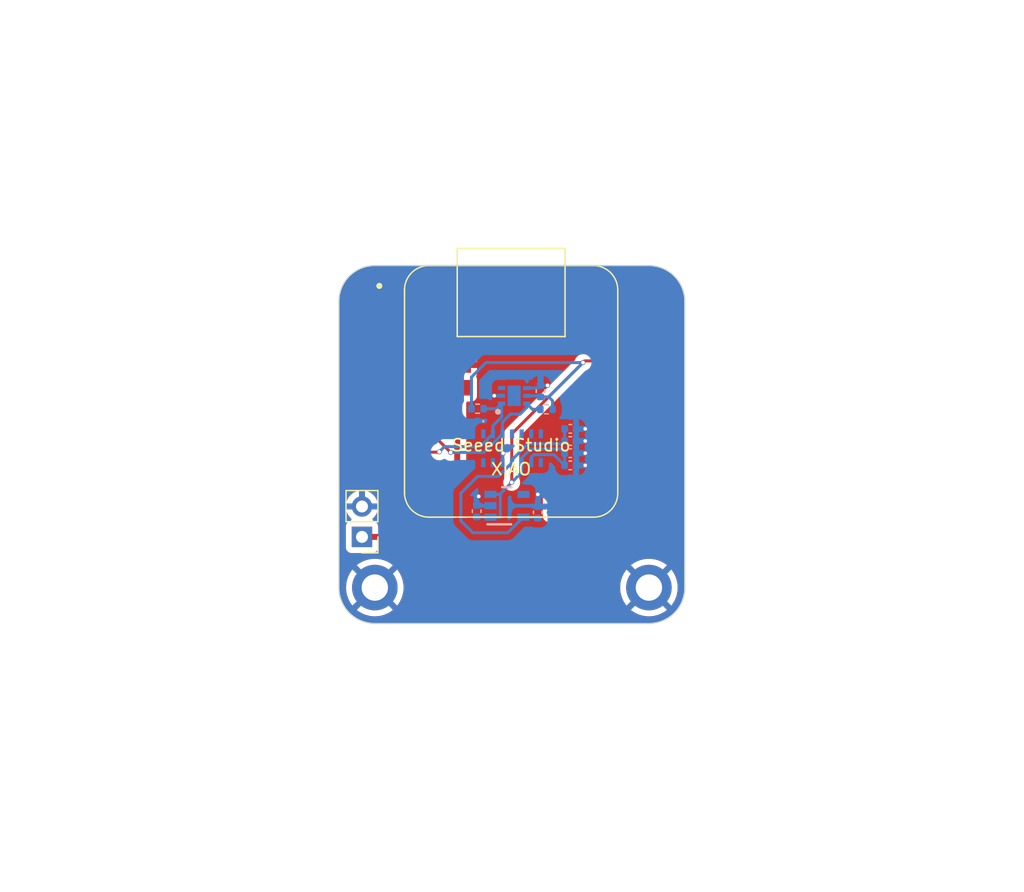
<source format=kicad_pcb>
(kicad_pcb (version 20240108) (generator "pcbnew") (generator_version "8.0")
  (layers (0 "F.Cu" signal) (31 "B.Cu" signal) (34 "B.Paste" user) (35 "F.Paste" user) (36 "B.SilkS" user "B.Silkscreen") (37 "F.SilkS" user "F.Silkscreen") (38 "B.Mask" user) (39 "F.Mask" user) (44 "Edge.Cuts" user))
  (net 0 "")
  (net 1 "temp-io")
  (net 2 "ep")
  (net 3 "nc_3")
  (net 4 "nc_6")
  (net 5 "pgnd")
  (net 6 "nc_1")
  (net 7 "nc_2")
  (net 8 "nc_5")
  (net 9 "nc_4")
  (net 10 "hr-io")
  (net 11 "reset")
  (net 12 "p111_d6_tx")
  (net 13 "p002_a0_d0")
  (net 14 "p113_d8_sck")
  (net 15 "p115_d10_mosi")
  (net 16 "p003_a1_d1")
  (net 17 "pa30_swclk")
  (net 18 "p028_a2_d2")
  (net 19 "p009_nfc1")
  (net 20 "pa31_swdio")
  (net 21 "p010_nfc2")
  (net 22 "p112_d7_rx")
  (net 23 "p114_d9_miso")
  (net 24 "p029_a3_d3")
  (net 25 "gnd")
  (net 26 "vcc-1")
  (net 27 "vcc-2")
  (net 28 "nc")
  (net 29 "xiao-vcc")
  (net 30 "vcc")
  (net 31 "sda")
  (net 32 "scl")
  (footprint "Connector_PinHeader_2.54mm:PinHeader_1x02_P2.54mm_Vertical" (layer "F.Cu") (at 140.05 102.65 180)
    (property "Reference" "U7" (hide yes))
    (property "Value" "?")
    (fp_line (start 1.33 1.27) (end 1.33 3.87) (stroke (width 0.12)) (layer "F.SilkS"))
    (fp_line (start -1.33 3.87) (end 1.33 3.87) (stroke (width 0.12)) (layer "F.SilkS"))
    (fp_line (start -1.33 1.27) (end 1.33 1.27) (stroke (width 0.12)) (layer "F.SilkS"))
    (fp_line (start -1.33 1.27) (end -1.33 3.87) (stroke (width 0.12)) (layer "F.SilkS"))
    (fp_line (start -1.33 0) (end -1.33 -1.33) (stroke (width 0.12)) (layer "F.SilkS"))
    (fp_line (start -1.33 -1.33) (end 0 -1.33) (stroke (width 0.12)) (layer "F.SilkS"))
    (pad "1" thru_hole rect (at 0 0 180) (size 1.7 1.7) (drill 1) (layers "*.Cu" "*.Mask") (net 30 "vcc"))
    (pad "2" thru_hole oval (at 0 2.54 180) (size 1.7 1.7) (drill 1) (layers "*.Cu" "*.Mask") (net 25 "gnd"))
  )
  (footprint "lib:XIAO-nRF52840-Sense-14P-2.54-21X17.8MM" (layer "F.Cu") (at 152.5 90.5)
    (property "Reference" "U5" (hide yes))
    (property "Value" "?" (hide yes))
    (fp_line (start -8.9 -8.5) (end -8.9 8.5) (stroke (width 0.127)) (layer "F.SilkS"))
    (fp_line (start -6.9 10.5) (end 6.9 10.5) (stroke (width 0.127)) (layer "F.SilkS"))
    (fp_line (start -4.5 -11.92403) (end 4.5 -11.92403) (stroke (width 0.127)) (layer "F.SilkS"))
    (fp_line (start -4.5 -4.57073) (end -4.5 -11.92403) (stroke (width 0.127)) (layer "F.SilkS"))
    (fp_line (start 4.5 -11.92403) (end 4.5 -4.57073) (stroke (width 0.127)) (layer "F.SilkS"))
    (fp_line (start 4.5 -4.57073) (end -4.5 -4.57073) (stroke (width 0.127)) (layer "F.SilkS"))
    (fp_line (start 6.9 -10.49909) (end -6.9 -10.49909) (stroke (width 0.127)) (layer "F.SilkS"))
    (fp_line (start 8.9 8.5) (end 8.9 -8.5) (stroke (width 0.127)) (layer "F.SilkS"))
    (fp_arc (start -8.9 -8.5) (mid -8.301491 -9.901491) (end -6.9 -10.5) (stroke (width 0.12)) (layer "F.SilkS"))
    (fp_arc (start -6.9 10.5) (mid -8.301423 9.901423) (end -8.9 8.5) (stroke (width 0.12)) (layer "F.SilkS"))
    (fp_arc (start 6.9 -10.5) (mid 8.301494 -9.901494) (end 8.9 -8.5) (stroke (width 0.12)) (layer "F.SilkS"))
    (fp_arc (start 8.9 8.5) (mid 8.314214 9.914214) (end 6.9 10.5) (stroke (width 0.12)) (layer "F.SilkS"))
    (fp_circle (center -11 -8.8) (end -11 -9.054) (fill solid) (layer "F.SilkS"))
    (fp_poly (pts (xy -8.887715 -8.561705) (xy -8.884667 -8.610473) (xy -8.880603 -8.659494)) (stroke (width 0.0254)) (fill none) (layer "F.SilkS"))
    (fp_poly (pts (xy 8.889492 8.521574) (xy 8.887713 8.57085) (xy 8.884665 8.619618) (xy 8.880601 8.668639) (xy 8.875268 8.717407) (xy 8.868664 8.766175) (xy 8.861044 8.81469) (xy 8.852153 8.86295) (xy 8.842248 8.910955)) (stroke (width 0.0254)) (fill none) (layer "F.SilkS"))
    (fp_text user "XIAO" (at 0 6.5 0) (layer "F.SilkS"))
    (fp_text user "Seeed Studio" (at 0 4.5 0) (layer "F.SilkS"))
    (pad "1" smd rect (at -8.5 -7.62) (size 3 2) (layers "F.Cu" "F.Paste" "F.Mask") (net 13 "p002_a0_d0"))
    (pad "2" smd rect (at -8.5 -5.08) (size 3 2) (layers "F.Cu" "F.Paste" "F.Mask") (net 16 "p003_a1_d1"))
    (pad "3" smd rect (at -8.5 -2.54) (size 3 2) (layers "F.Cu" "F.Paste" "F.Mask") (net 18 "p028_a2_d2"))
    (pad "4" smd rect (at -8.5 0) (size 3 2) (layers "F.Cu" "F.Paste" "F.Mask") (net 24 "p029_a3_d3"))
    (pad "5" smd rect (at -8.5 2.54) (size 3 2) (layers "F.Cu" "F.Paste" "F.Mask") (net 31 "sda"))
    (pad "6" smd rect (at -8.5 5.08 180) (size 3 2) (layers "F.Cu" "F.Paste" "F.Mask") (net 32 "scl"))
    (pad "7" smd rect (at -8.5 7.62) (size 3 2) (layers "F.Cu" "F.Paste" "F.Mask") (net 12 "p111_d6_tx"))
    (pad "8" smd rect (at 8.5 7.62) (size 3 2) (layers "F.Cu" "F.Paste" "F.Mask") (net 22 "p112_d7_rx"))
    (pad "9" smd rect (at 8.5 5.08) (size 3 2) (layers "F.Cu" "F.Paste" "F.Mask") (net 14 "p113_d8_sck"))
    (pad "10" smd rect (at 8.5 2.54) (size 3 2) (layers "F.Cu" "F.Paste" "F.Mask") (net 23 "p114_d9_miso"))
    (pad "11" smd rect (at 8.5 0) (size 3 2) (layers "F.Cu" "F.Paste" "F.Mask") (net 15 "p115_d10_mosi"))
    (pad "12" smd rect (at 8.5 -2.54) (size 3 2) (layers "F.Cu" "F.Paste" "F.Mask") (net 26 "vcc-1"))
    (pad "13" smd rect (at 8.5 -5.08) (size 3 2) (layers "F.Cu" "F.Paste" "F.Mask") (net 25 "gnd"))
    (pad "14" smd rect (at 8.5 -7.62) (size 3 2) (layers "F.Cu" "F.Paste" "F.Mask") (net 29 "xiao-vcc"))
    (pad "15" smd circle (at -1.27 -8.39 90) (size 1.5 1.5) (layers "F.Cu" "F.Paste" "F.Mask") (net 20 "pa31_swdio"))
    (pad "16" smd circle (at 1.27 -8.39 90) (size 1.5 1.5) (layers "F.Cu" "F.Paste" "F.Mask") (net 17 "pa30_swclk"))
    (pad "17" smd circle (at -1.27 -5.85 90) (size 1.5 1.5) (layers "F.Cu" "F.Paste" "F.Mask") (net 11 "reset"))
    (pad "18" smd circle (at 1.27 -5.85 90) (size 1.5 1.5) (layers "F.Cu" "F.Paste" "F.Mask") (net 25 "gnd"))
    (pad "19" smd rect (at 3.8 9.25 90) (size 2.3 1.3) (layers "F.Cu" "F.Paste" "F.Mask") (net 19 "p009_nfc1"))
    (pad "20" smd rect (at 5.7 9.25 90) (size 2.3 1.3) (layers "F.Cu" "F.Paste" "F.Mask") (net 21 "p010_nfc2"))
    (pad "21" smd rect (at -4.5 -2.2 180) (size 2.3 1.3) (layers "F.Cu" "F.Paste" "F.Mask") (net 25 "gnd"))
    (pad "22" smd rect (at -4.5 -0.3 180) (size 2.3 1.3) (layers "F.Cu" "F.Paste" "F.Mask") (net 30 "vcc"))
  )
  (footprint "MountingHole:MountingHole_2.2mm_M2_DIN965_Pad" (layer "F.Cu") (at 164 106.87868)
    (property "Reference" "U2" (hide yes))
    (property "Value" "?")
    (pad "1" thru_hole circle (at 0 0) (size 3.8 3.8) (drill 2.2) (layers "*.Cu" "*.Mask") (net 25 "gnd"))
  )
  (footprint "MountingHole:MountingHole_2.2mm_M2_DIN965_Pad" (layer "F.Cu") (at 141.12132 106.87868)
    (property "Reference" "U1" (hide yes))
    (property "Value" "?")
    (pad "1" thru_hole circle (at 0 0) (size 3.8 3.8) (drill 2.2) (layers "*.Cu" "*.Mask") (net 25 "gnd"))
  )
  (footprint "lib:MAX30102EFDT" (layer "B.Cu") (at 152.57706 95.25 -90)
    (property "Reference" "U4" (hide yes))
    (property "Value" "?" (hide yes))
    (fp_line (start -2.3 2.4) (end -2.3 2.4) (stroke (width 0.1)) (layer "B.SilkS"))
    (fp_line (start -2.2 2.4) (end -2.2 2.4) (stroke (width 0.1)) (layer "B.SilkS"))
    (fp_arc (start -2.3 2.4) (mid -2.25 2.35) (end -2.2 2.4) (stroke (width 0.1)) (layer "B.SilkS"))
    (fp_arc (start -2.2 2.4) (mid -2.25 2.45) (end -2.3 2.4) (stroke (width 0.1)) (layer "B.SilkS"))
    (pad "1" smd rect (at -1.2 2.4 180) (size 0.35 0.75) (layers "B.Cu" "B.Paste" "B.Mask") (net 6 "nc_1"))
    (pad "2" smd rect (at -1.2 1.6 180) (size 0.35 0.75) (layers "B.Cu" "B.Paste" "B.Mask") (net 32 "scl"))
    (pad "3" smd rect (at -1.2 0.8 180) (size 0.35 0.75) (layers "B.Cu" "B.Paste" "B.Mask") (net 31 "sda"))
    (pad "4" smd rect (at -1.2 0 180) (size 0.35 0.75) (layers "B.Cu" "B.Paste" "B.Mask") (net 5 "pgnd"))
    (pad "5" smd rect (at -1.2 -0.8 180) (size 0.35 0.75) (layers "B.Cu" "B.Paste" "B.Mask") (net 7 "nc_2"))
    (pad "6" smd rect (at -1.2 -1.6 180) (size 0.35 0.75) (layers "B.Cu" "B.Paste" "B.Mask") (net 3 "nc_3"))
    (pad "7" smd rect (at -1.2 -2.4 180) (size 0.35 0.75) (layers "B.Cu" "B.Paste" "B.Mask") (net 9 "nc_4"))
    (pad "8" smd rect (at 1.2 -2.4 180) (size 0.35 0.75) (layers "B.Cu" "B.Paste" "B.Mask") (net 8 "nc_5"))
    (pad "9" smd rect (at 1.2 -1.6 180) (size 0.35 0.75) (layers "B.Cu" "B.Paste" "B.Mask") (net 26 "vcc-1"))
    (pad "10" smd rect (at 1.2 -0.8 180) (size 0.35 0.75) (layers "B.Cu" "B.Paste" "B.Mask") (net 26 "vcc-1"))
    (pad "11" smd rect (at 1.2 0 180) (size 0.35 0.75) (layers "B.Cu" "B.Paste" "B.Mask") (net 27 "vcc-2"))
    (pad "12" smd rect (at 1.2 0.8 180) (size 0.35 0.75) (layers "B.Cu" "B.Paste" "B.Mask") (net 25 "gnd"))
    (pad "13" smd rect (at 1.2 1.6 180) (size 0.35 0.75) (layers "B.Cu" "B.Paste" "B.Mask") (net 10 "hr-io"))
    (pad "14" smd rect (at 1.2 2.4 180) (size 0.35 0.75) (layers "B.Cu" "B.Paste" "B.Mask") (net 4 "nc_6"))
  )
  (footprint "lib:C0402" (layer "B.Cu") (at 157.44086 96.6786)
    (property "Reference" "C5" (hide yes))
    (property "Value" "16V 100nF X7R ±10% 0402  Multilayer Ceramic Capacitors MLCC - SMD/SMT ROHS")
    (fp_line (start 0.107836 -0.36) (end -0.107836 -0.36) (stroke (width 0.12)) (layer "B.SilkS"))
    (fp_line (start 0.107836 0.36) (end -0.107836 0.36) (stroke (width 0.12)) (layer "B.SilkS"))
    (pad "1" smd roundrect (at -0.48 0) (size 0.56 0.62) (layers "B.Cu" "B.Paste" "B.Mask") (net 26 "vcc-1"))
    (pad "2" smd roundrect (at 0.48 0) (size 0.56 0.62) (layers "B.Cu" "B.Paste" "B.Mask") (net 25 "gnd"))
  )
  (footprint "lib:C0402" (layer "B.Cu") (at 154.9556 90.4846 90)
    (property "Reference" "C1" (hide yes))
    (property "Value" "16V 100nF X7R ±10% 0402  Multilayer Ceramic Capacitors MLCC - SMD/SMT ROHS")
    (fp_line (start 0.107836 -0.36) (end -0.107836 -0.36) (stroke (width 0.12)) (layer "B.SilkS"))
    (fp_line (start 0.107836 0.36) (end -0.107836 0.36) (stroke (width 0.12)) (layer "B.SilkS"))
    (pad "1" smd roundrect (at -0.48 0 90) (size 0.56 0.62) (layers "B.Cu" "B.Paste" "B.Mask") (net 26 "vcc-1"))
    (pad "2" smd roundrect (at 0.48 0 90) (size 0.56 0.62) (layers "B.Cu" "B.Paste" "B.Mask") (net 25 "gnd"))
  )
  (footprint "lib:C0402" (layer "B.Cu") (at 157.44086 93.6306)
    (property "Reference" "C2" (hide yes))
    (property "Value" "6.3V 10uF X5R ±20% 0402  Multilayer Ceramic Capacitors MLCC - SMD/SMT ROHS")
    (fp_line (start 0.107836 -0.36) (end -0.107836 -0.36) (stroke (width 0.12)) (layer "B.SilkS"))
    (fp_line (start 0.107836 0.36) (end -0.107836 0.36) (stroke (width 0.12)) (layer "B.SilkS"))
    (pad "1" smd roundrect (at -0.48 0) (size 0.56 0.62) (layers "B.Cu" "B.Paste" "B.Mask") (net 27 "vcc-2"))
    (pad "2" smd roundrect (at 0.48 0) (size 0.56 0.62) (layers "B.Cu" "B.Paste" "B.Mask") (net 25 "gnd"))
  )
  (footprint "lib:C0402" (layer "B.Cu") (at 154.724999 100.600002 90)
    (property "Reference" "C7" (hide yes))
    (property "Value" "25V 1uF X5R ±10% 0402  Multilayer Ceramic Capacitors MLCC - SMD/SMT ROHS")
    (fp_line (start 0.107836 -0.36) (end -0.107836 -0.36) (stroke (width 0.12)) (layer "B.SilkS"))
    (fp_line (start 0.107836 0.36) (end -0.107836 0.36) (stroke (width 0.12)) (layer "B.SilkS"))
    (pad "1" smd roundrect (at -0.48 0 90) (size 0.56 0.62) (layers "B.Cu" "B.Paste" "B.Mask") (net 27 "vcc-2"))
    (pad "2" smd roundrect (at 0.48 0 90) (size 0.56 0.62) (layers "B.Cu" "B.Paste" "B.Mask") (net 25 "gnd"))
  )
  (footprint "lib:SON65P200X200X80-7N" (layer "B.Cu") (at 152.75 90.875)
    (property "Reference" "U3" (hide yes))
    (property "Value" "?" (hide yes))
    (fp_circle (center -1.35 1.325) (end -1.35 1.2) (stroke (width 0.25)) (fill none) (layer "B.SilkS"))
    (pad "1" smd rect (at -1.05 0.65 270) (size 0.35 0.6) (layers "B.Cu" "B.Paste" "B.Mask") (net 32 "scl"))
    (pad "2" smd rect (at -1.05 0 270) (size 0.35 0.6) (layers "B.Cu" "B.Paste" "B.Mask") (net 25 "gnd"))
    (pad "3" smd rect (at -1.05 -0.65 270) (size 0.35 0.6) (layers "B.Cu" "B.Paste" "B.Mask") (net 1 "temp-io"))
    (pad "4" smd rect (at 1.05 -0.65 270) (size 0.35 0.6) (layers "B.Cu" "B.Paste" "B.Mask") (net 25 "gnd"))
    (pad "5" smd rect (at 1.05 0 270) (size 0.35 0.6) (layers "B.Cu" "B.Paste" "B.Mask") (net 26 "vcc-1"))
    (pad "6" smd rect (at 1.05 0.65 270) (size 0.35 0.6) (layers "B.Cu" "B.Paste" "B.Mask") (net 31 "sda"))
    (pad "7" smd rect (at 0 0) (size 1.1 1.7) (layers "B.Cu" "B.Paste" "B.Mask") (net 2 "ep"))
  )
  (footprint "lib:DBV0005A_N" (layer "B.Cu") (at 152.15 100.05)
    (property "Reference" "U6" (hide yes))
    (property "Value" "?")
    (fp_line (start 0.349999 1.549999) (end -1.625001 1.549999) (stroke (width 0.2)) (layer "B.SilkS"))
    (fp_line (start 0.375003 -1.549999) (end -0.399999 -1.549999) (stroke (width 0.2)) (layer "B.SilkS"))
    (pad "1" smd rect (at -1.375001 0.950001 270) (size 0.599999 1) (layers "B.Cu" "B.Paste" "B.Mask") (net 26 "vcc-1"))
    (pad "2" smd rect (at -1.375001 0 270) (size 0.599999 1) (layers "B.Cu" "B.Paste" "B.Mask") (net 25 "gnd"))
    (pad "3" smd rect (at -1.375001 -0.949998 270) (size 0.599999 1) (layers "B.Cu" "B.Paste" "B.Mask") (net 26 "vcc-1"))
    (pad "4" smd rect (at 1.374999 -0.949998 270) (size 0.599999 1) (layers "B.Cu" "B.Paste" "B.Mask") (net 28 "nc"))
    (pad "5" smd rect (at 1.374999 0.950001 270) (size 0.599999 1) (layers "B.Cu" "B.Paste" "B.Mask") (net 27 "vcc-2"))
  )
  (footprint "lib:C0402" (layer "B.Cu") (at 157.44086 94.6466)
    (property "Reference" "C3" (hide yes))
    (property "Value" "16V 100nF X7R ±10% 0402  Multilayer Ceramic Capacitors MLCC - SMD/SMT ROHS")
    (fp_line (start 0.107836 -0.36) (end -0.107836 -0.36) (stroke (width 0.12)) (layer "B.SilkS"))
    (fp_line (start 0.107836 0.36) (end -0.107836 0.36) (stroke (width 0.12)) (layer "B.SilkS"))
    (pad "1" smd roundrect (at -0.48 0) (size 0.56 0.62) (layers "B.Cu" "B.Paste" "B.Mask") (net 27 "vcc-2"))
    (pad "2" smd roundrect (at 0.48 0) (size 0.56 0.62) (layers "B.Cu" "B.Paste" "B.Mask") (net 25 "gnd"))
  )
  (footprint "lib:C0402" (layer "B.Cu") (at 149.624999 100.500002 90)
    (property "Reference" "C6" (hide yes))
    (property "Value" "25V 1uF X5R ±10% 0402  Multilayer Ceramic Capacitors MLCC - SMD/SMT ROHS")
    (fp_line (start 0.107836 -0.36) (end -0.107836 -0.36) (stroke (width 0.12)) (layer "B.SilkS"))
    (fp_line (start 0.107836 0.36) (end -0.107836 0.36) (stroke (width 0.12)) (layer "B.SilkS"))
    (pad "1" smd roundrect (at -0.48 0 90) (size 0.56 0.62) (layers "B.Cu" "B.Paste" "B.Mask") (net 26 "vcc-1"))
    (pad "2" smd roundrect (at 0.48 0 90) (size 0.56 0.62) (layers "B.Cu" "B.Paste" "B.Mask") (net 25 "gnd"))
  )
  (footprint "lib:R0402" (layer "B.Cu") (at 149.7 91.95 180)
    (property "Reference" "R1" (hide yes))
    (property "Value" "62.5mW Thick Film Resistors 50V ±100ppm/℃ ±1% 4.7kΩ 0402  Chip Resistor - Surface Mount ROHS")
    (fp_line (start 0.153641 0.38) (end -0.153641 0.38) (stroke (width 0.12)) (layer "B.SilkS"))
    (fp_line (start 0.153641 -0.38) (end -0.153641 -0.38) (stroke (width 0.12)) (layer "B.SilkS"))
    (pad "1" smd roundrect (at -0.51 0 180) (size 0.54 0.64) (layers "B.Cu" "B.Paste" "B.Mask") (net 32 "scl"))
    (pad "2" smd roundrect (at 0.51 0 180) (size 0.54 0.64) (layers "B.Cu" "B.Paste" "B.Mask") (net 26 "vcc-1"))
  )
  (footprint "lib:C0402" (layer "B.Cu") (at 157.44086 95.6626)
    (property "Reference" "C4" (hide yes))
    (property "Value" "10V 4.7uF X5R ±20% 0402  Multilayer Ceramic Capacitors MLCC - SMD/SMT ROHS")
    (fp_line (start 0.107836 -0.36) (end -0.107836 -0.36) (stroke (width 0.12)) (layer "B.SilkS"))
    (fp_line (start 0.107836 0.36) (end -0.107836 0.36) (stroke (width 0.12)) (layer "B.SilkS"))
    (pad "1" smd roundrect (at -0.48 0) (size 0.56 0.62) (layers "B.Cu" "B.Paste" "B.Mask") (net 26 "vcc-1"))
    (pad "2" smd roundrect (at 0.48 0) (size 0.56 0.62) (layers "B.Cu" "B.Paste" "B.Mask") (net 25 "gnd"))
  )
  (footprint "lib:R0402" (layer "B.Cu") (at 155.45 92)
    (property "Reference" "R2" (hide yes))
    (property "Value" "62.5mW Thick Film Resistors 50V ±100ppm/℃ ±1% 4.7kΩ 0402  Chip Resistor - Surface Mount ROHS")
    (fp_line (start 0.153641 -0.38) (end -0.153641 -0.38) (stroke (width 0.12)) (layer "B.SilkS"))
    (fp_line (start 0.153641 0.38) (end -0.153641 0.38) (stroke (width 0.12)) (layer "B.SilkS"))
    (pad "1" smd roundrect (at -0.51 0) (size 0.54 0.64) (layers "B.Cu" "B.Paste" "B.Mask") (net 31 "sda"))
    (pad "2" smd roundrect (at 0.51 0) (size 0.54 0.64) (layers "B.Cu" "B.Paste" "B.Mask") (net 26 "vcc-1"))
  )
  (gr_arc (start 141.12132 109.87868) (mid 139 109) (end 138.12132 106.87868) (stroke (width 0.1)) (layer "Edge.Cuts"))
  (gr_arc (start 164 80) (mid 166.12132 80.87868) (end 167 83) (stroke (width 0.1)) (layer "Edge.Cuts"))
  (gr_line (start 138.12132 83) (end 138.12132 106.87868) (stroke (width 0.1)) (layer "Edge.Cuts"))
  (gr_arc (start 138.12132 83) (mid 139 80.87868) (end 141.12132 80) (stroke (width 0.1)) (layer "Edge.Cuts"))
  (gr_line (start 141.12132 109.87868) (end 164 109.87868) (stroke (width 0.1)) (layer "Edge.Cuts"))
  (gr_line (start 164 80) (end 141.12132 80) (stroke (width 0.1)) (layer "Edge.Cuts"))
  (gr_arc (start 167 106.87868) (mid 166.12132 109) (end 164 109.87868) (stroke (width 0.1)) (layer "Edge.Cuts"))
  (gr_line (start 167 106.87868) (end 167 83) (stroke (width 0.1)) (layer "Edge.Cuts"))
  (via (at 158.68546 94.6466) (size 0.4) (drill 0.3) (layers "F.Cu" "B.Cu") (net 25))
  (via (at 158.68546 95.6626) (size 0.4) (drill 0.3) (layers "F.Cu" "B.Cu") (net 25))
  (via (at 151.82746 95.6626) (size 0.4) (drill 0.3) (layers "F.Cu" "B.Cu") (net 25))
  (via (at 154.724999 99.100002) (size 0.4) (drill 0.3) (layers "F.Cu" "B.Cu") (net 25))
  (via (at 158.68546 93.6306) (size 0.4) (drill 0.3) (layers "F.Cu" "B.Cu") (net 25))
  (via (at 158.68546 96.6786) (size 0.4) (drill 0.3) (layers "F.Cu" "B.Cu") (net 25))
  (via (at 155.5398 90.002) (size 0.4) (drill 0.3) (layers "F.Cu" "B.Cu") (net 25))
  (via (at 149.790801 99.265804) (size 0.4) (drill 0.3) (layers "F.Cu" "B.Cu") (net 25))
  (via (at 151.0948 90.8656) (size 0.4) (drill 0.3) (layers "F.Cu" "B.Cu") (net 25))
  (segment (start 154.7352 90.225) (end 154.9556 90.0046) (width 0.25) (layer "B.Cu") (net 25))
  (segment (start 150.774999 100.05) (end 149.654997 100.05) (width 0.25) (layer "B.Cu") (net 25))
  (segment (start 154.724999 100.120002) (end 154.724999 99.100002) (width 0.25) (layer "B.Cu") (net 25))
  (segment (start 151.7 90.875) (end 151.1042 90.875) (width 0.25) (layer "B.Cu") (net 25))
  (segment (start 151.78446 96.4036) (end 151.78446 95.7056) (width 0.25) (layer "B.Cu") (net 25))
  (segment (start 157.92086 94.6466) (end 158.68546 94.6466) (width 0.25) (layer "B.Cu") (net 25))
  (segment (start 150.744997 100.080002) (end 150.774999 100.05) (width 0.25) (layer "B.Cu") (net 25))
  (segment (start 149.624999 99.431606) (end 149.790801 99.265804) (width 0.25) (layer "B.Cu") (net 25))
  (segment (start 154.9556 90.0046) (end 155.5372 90.0046) (width 0.25) (layer "B.Cu") (net 25))
  (segment (start 151.1042 90.875) (end 151.0948 90.8656) (width 0.25) (layer "B.Cu") (net 25))
  (segment (start 151.78446 95.7056) (end 151.82746 95.6626) (width 0.25) (layer "B.Cu") (net 25))
  (segment (start 149.654997 100.05) (end 149.624999 100.020002) (width 0.25) (layer "B.Cu") (net 25))
  (segment (start 153.8 90.225) (end 154.7352 90.225) (width 0.25) (layer "B.Cu") (net 25))
  (segment (start 157.92086 95.6626) (end 158.68546 95.6626) (width 0.25) (layer "B.Cu") (net 25))
  (segment (start 155.5372 90.0046) (end 155.5398 90.002) (width 0.25) (layer "B.Cu") (net 25))
  (segment (start 157.92086 93.6306) (end 158.68546 93.6306) (width 0.25) (layer "B.Cu") (net 25))
  (segment (start 149.624999 100.020002) (end 149.624999 99.431606) (width 0.25) (layer "B.Cu") (net 25))
  (segment (start 157.92086 96.6786) (end 158.68546 96.6786) (width 0.25) (layer "B.Cu") (net 25))
  (segment (start 158.5 88.1) (end 152.55 94.05) (width 0.25) (layer "F.Cu") (net 26))
  (segment (start 161 87.96) (end 158.64 87.96) (width 0.25) (layer "F.Cu") (net 26))
  (segment (start 152.55 94.05) (end 152.55 98.1) (width 0.25) (layer "F.Cu") (net 26))
  (segment (start 158.64 87.96) (end 158.5 88.1) (width 0.25) (layer "F.Cu") (net 26))
  (via (at 152.55 98.1) (size 0.4) (drill 0.3) (layers "F.Cu" "B.Cu") (net 26))
  (via (at 158.5 88.1) (size 0.4) (drill 0.3) (layers "F.Cu" "B.Cu") (net 26))
  (segment (start 153.8 90.875) (end 154.866 90.875) (width 0.25) (layer "B.Cu") (net 26))
  (segment (start 153.37706 96.0688) (end 154.13886 95.307) (width 0.25) (layer "B.Cu") (net 26))
  (segment (start 156.96086 95.6626) (end 156.96086 96.6786) (width 0.25) (layer "B.Cu") (net 26))
  (segment (start 156.60526 95.307) (end 156.96086 95.6626) (width 0.25) (layer "B.Cu") (net 26))
  (segment (start 154.866 90.875) (end 154.9556 90.9646) (width 0.25) (layer "B.Cu") (net 26))
  (segment (start 158.5 88.1) (end 150.4 88.1) (width 0.25) (layer "B.Cu") (net 26))
  (segment (start 151.549998 99.100002) (end 152.55 98.1) (width 0.25) (layer "B.Cu") (net 26))
  (segment (start 156.07186 95.7896) (end 156.96086 96.6786) (width 0.25) (layer "B.Cu") (net 26))
  (segment (start 151.524999 101.000001) (end 150.774999 101.000001) (width 0.25) (layer "B.Cu") (net 26))
  (segment (start 154.17706 96.45) (end 154.17706 96.0054) (width 0.25) (layer "B.Cu") (net 26))
  (segment (start 153.37706 96.45) (end 153.37706 96.0688) (width 0.25) (layer "B.Cu") (net 26))
  (segment (start 150.755 100.980002) (end 150.774999 101.000001) (width 0.25) (layer "B.Cu") (net 26))
  (segment (start 150.4 88.1) (end 149.19 89.31) (width 0.25) (layer "B.Cu") (net 26))
  (segment (start 154.39286 95.7896) (end 156.07186 95.7896) (width 0.25) (layer "B.Cu") (net 26))
  (segment (start 155.96 91.2892) (end 155.96 92) (width 0.25) (layer "B.Cu") (net 26))
  (segment (start 150.774999 99.100002) (end 151.524999 99.100002) (width 0.25) (layer "B.Cu") (net 26))
  (segment (start 150.774999 99.100002) (end 151.549998 99.100002) (width 0.25) (layer "B.Cu") (net 26))
  (segment (start 154.9556 90.9646) (end 155.6354 90.9646) (width 0.25) (layer "B.Cu") (net 26))
  (segment (start 149.19 89.31) (end 149.19 91.95) (width 0.25) (layer "B.Cu") (net 26))
  (segment (start 149.624999 100.980002) (end 150.755 100.980002) (width 0.25) (layer "B.Cu") (net 26))
  (segment (start 152.55 98.1) (end 153.37706 97.27294) (width 0.25) (layer "B.Cu") (net 26))
  (segment (start 151.524999 99.100002) (end 151.599999 99.175002) (width 0.25) (layer "B.Cu") (net 26))
  (segment (start 155.6354 90.9646) (end 155.96 91.2892) (width 0.25) (layer "B.Cu") (net 26))
  (segment (start 151.599999 100.925001) (end 151.524999 101.000001) (width 0.25) (layer "B.Cu") (net 26))
  (segment (start 154.13886 95.307) (end 156.60526 95.307) (width 0.25) (layer "B.Cu") (net 26))
  (segment (start 151.599999 99.175002) (end 151.599999 100.925001) (width 0.25) (layer "B.Cu") (net 26))
  (segment (start 153.37706 97.27294) (end 153.37706 96.45) (width 0.25) (layer "B.Cu") (net 26))
  (segment (start 155.6354 90.9646) (end 158.5 88.1) (width 0.25) (layer "B.Cu") (net 26))
  (segment (start 154.17706 96.0054) (end 154.39286 95.7896) (width 0.25) (layer "B.Cu") (net 26))
  (segment (start 148.3 99) (end 149.7 97.6) (width 0.25) (layer "B.Cu") (net 27))
  (segment (start 153.524999 101.000001) (end 152.225 102.3) (width 0.25) (layer "B.Cu") (net 27))
  (segment (start 151.42706 97.6) (end 152.57706 96.45) (width 0.25) (layer "B.Cu") (net 27))
  (segment (start 156.96086 93.6306) (end 156.96086 94.6466) (width 0.25) (layer "B.Cu") (net 27))
  (segment (start 152.225 102.3) (end 149.3 102.3) (width 0.25) (layer "B.Cu") (net 27))
  (segment (start 149.3 102.3) (end 148.3 101.3) (width 0.25) (layer "B.Cu") (net 27))
  (segment (start 154.644998 101.000001) (end 154.724999 101.080002) (width 0.25) (layer "B.Cu") (net 27))
  (segment (start 152.57706 96.45) (end 152.57706 96.2084) (width 0.25) (layer "B.Cu") (net 27))
  (segment (start 148.3 101.3) (end 148.3 99) (width 0.25) (layer "B.Cu") (net 27))
  (segment (start 153.524999 101.000001) (end 154.644998 101.000001) (width 0.25) (layer "B.Cu") (net 27))
  (segment (start 149.7 97.6) (end 151.42706 97.6) (width 0.25) (layer "B.Cu") (net 27))
  (segment (start 152.57706 96.2084) (end 153.91026 94.8752) (width 0.25) (layer "B.Cu") (net 27))
  (segment (start 156.73226 94.8752) (end 156.96086 94.6466) (width 0.25) (layer "B.Cu") (net 27))
  (segment (start 153.91026 94.8752) (end 156.73226 94.8752) (width 0.25) (layer "B.Cu") (net 27))
  (segment (start 148 97.14) (end 142.49 102.65) (width 0.5) (layer "F.Cu") (net 30))
  (segment (start 148 90.2) (end 148 97.14) (width 0.5) (layer "F.Cu") (net 30))
  (segment (start 142.49 102.65) (end 140.05 102.65) (width 0.5) (layer "F.Cu") (net 30))
  (segment (start 144 93.04) (end 144.89 93.04) (width 0.25) (layer "F.Cu") (net 31))
  (segment (start 144.89 93.04) (end 147.45 95.6) (width 0.25) (layer "F.Cu") (net 31))
  (via (at 147.45 95.6) (size 0.4) (drill 0.3) (layers "F.Cu" "B.Cu") (net 31))
  (segment (start 154.275 92) (end 153.8 91.525) (width 0.25) (layer "B.Cu") (net 31))
  (segment (start 154.94 92) (end 154.275 92) (width 0.25) (layer "B.Cu") (net 31))
  (segment (start 151.77706 94.05) (end 150.22706 95.6) (width 0.25) (layer "B.Cu") (net 31))
  (segment (start 151.77706 93.07294) (end 152.45 92.4) (width 0.25) (layer "B.Cu") (net 31))
  (segment (start 153.8 91.85) (end 153.8 91.525) (width 0.25) (layer "B.Cu") (net 31))
  (segment (start 153.25 92.4) (end 153.8 91.85) (width 0.25) (layer "B.Cu") (net 31))
  (segment (start 152.45 92.4) (end 153.25 92.4) (width 0.25) (layer "B.Cu") (net 31))
  (segment (start 150.22706 95.6) (end 147.45 95.6) (width 0.25) (layer "B.Cu") (net 31))
  (segment (start 151.77706 94.05) (end 151.77706 93.07294) (width 0.25) (layer "B.Cu") (net 31))
  (segment (start 144 95.58) (end 146.47 95.58) (width 0.25) (layer "F.Cu") (net 32))
  (segment (start 146.47 95.58) (end 146.5 95.55) (width 0.25) (layer "F.Cu") (net 32))
  (via (at 146.5 95.55) (size 0.4) (drill 0.3) (layers "F.Cu" "B.Cu") (net 32))
  (segment (start 150.97706 94.05) (end 149.91206 95.115) (width 0.25) (layer "B.Cu") (net 32))
  (segment (start 149.91206 95.115) (end 146.935 95.115) (width 0.25) (layer "B.Cu") (net 32))
  (segment (start 151.7 92.65) (end 151.7 91.525) (width 0.25) (layer "B.Cu") (net 32))
  (segment (start 150.97706 93.37294) (end 151.7 92.65) (width 0.25) (layer "B.Cu") (net 32))
  (segment (start 146.935 95.115) (end 146.5 95.55) (width 0.25) (layer "B.Cu") (net 32))
  (segment (start 150.21 91.95) (end 151.275 91.95) (width 0.25) (layer "B.Cu") (net 32))
  (segment (start 151.275 91.95) (end 151.7 91.525) (width 0.25) (layer "B.Cu") (net 32))
  (segment (start 150.97706 94.05) (end 150.97706 93.37294) (width 0.25) (layer "B.Cu") (net 32))
  (zone (net 25) (net_name "gnd") (layers "F&B.Cu") (connect_pads (clearance 0.5)) (min_thickness 0.25) (fill yes (thermal_gap 0.5) (thermal_bridge_width 0.5))
    (polygon (pts (xy 136.5 78) (xy 168.5 78) (xy 168.5 111.5) (xy 136.5 111.5)))
  )
)
</source>
